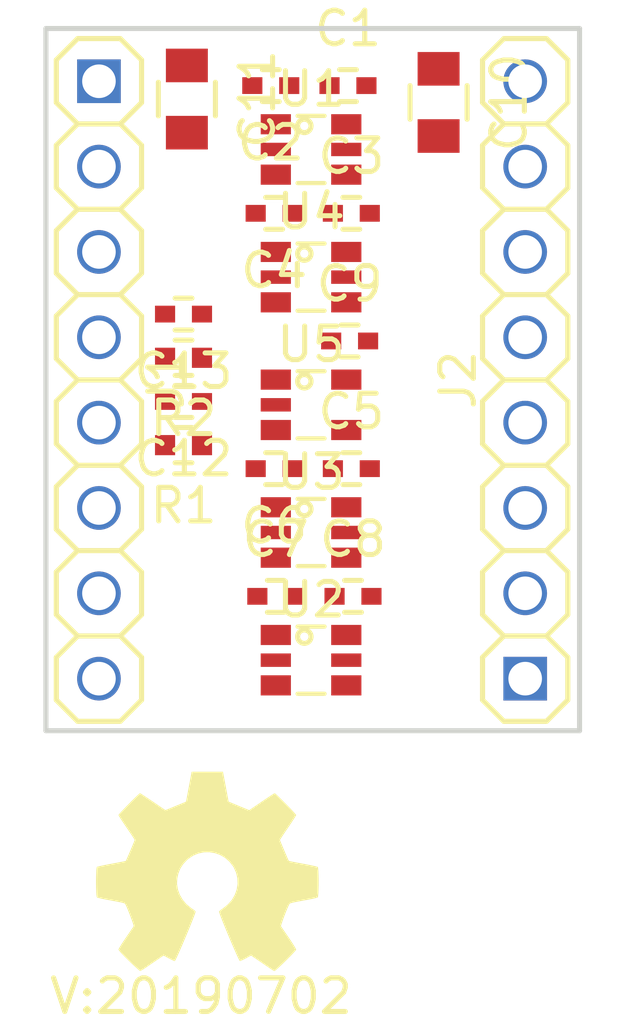
<source format=kicad_pcb>
(kicad_pcb (version 20171130) (host pcbnew 5.1.2-f72e74a~84~ubuntu18.04.1)

  (general
    (thickness 1.6)
    (drawings 4)
    (tracks 0)
    (zones 0)
    (modules 24)
    (nets 16)
  )

  (page A4)
  (layers
    (0 F.Cu signal)
    (31 B.Cu signal)
    (32 B.Adhes user)
    (33 F.Adhes user)
    (34 B.Paste user)
    (35 F.Paste user)
    (36 B.SilkS user)
    (37 F.SilkS user)
    (38 B.Mask user)
    (39 F.Mask user)
    (40 Dwgs.User user)
    (41 Cmts.User user)
    (42 Eco1.User user)
    (43 Eco2.User user)
    (44 Edge.Cuts user)
    (45 Margin user)
    (46 B.CrtYd user)
    (47 F.CrtYd user)
    (48 B.Fab user)
    (49 F.Fab user)
  )

  (setup
    (last_trace_width 0.1524)
    (user_trace_width 0.1524)
    (user_trace_width 0.2)
    (user_trace_width 0.3)
    (user_trace_width 0.4)
    (user_trace_width 0.6)
    (user_trace_width 1)
    (user_trace_width 1.5)
    (user_trace_width 2)
    (trace_clearance 0.1524)
    (zone_clearance 0.508)
    (zone_45_only no)
    (trace_min 0.1524)
    (via_size 0.381)
    (via_drill 0.254)
    (via_min_size 0.381)
    (via_min_drill 0.254)
    (user_via 0.4 0.254)
    (user_via 0.6 0.4)
    (user_via 0.8 0.6)
    (user_via 1 0.8)
    (user_via 1.3 1)
    (user_via 1.5 1.2)
    (user_via 1.7 1.4)
    (user_via 1.9 1.6)
    (uvia_size 0.381)
    (uvia_drill 0.254)
    (uvias_allowed no)
    (uvia_min_size 0.381)
    (uvia_min_drill 0.254)
    (edge_width 0.15)
    (segment_width 0.2)
    (pcb_text_width 0.3)
    (pcb_text_size 1.5 1.5)
    (mod_edge_width 0.15)
    (mod_text_size 1 1)
    (mod_text_width 0.15)
    (pad_size 1.524 1.524)
    (pad_drill 0.762)
    (pad_to_mask_clearance 0.1)
    (solder_mask_min_width 0.1)
    (pad_to_paste_clearance_ratio -0.15)
    (aux_axis_origin 0 0)
    (visible_elements FFFFFF7F)
    (pcbplotparams
      (layerselection 0x010fc_ffffffff)
      (usegerberextensions true)
      (usegerberattributes false)
      (usegerberadvancedattributes false)
      (creategerberjobfile false)
      (excludeedgelayer true)
      (linewidth 0.100000)
      (plotframeref false)
      (viasonmask false)
      (mode 1)
      (useauxorigin false)
      (hpglpennumber 1)
      (hpglpenspeed 20)
      (hpglpendiameter 15.000000)
      (psnegative false)
      (psa4output false)
      (plotreference true)
      (plotvalue true)
      (plotinvisibletext false)
      (padsonsilk false)
      (subtractmaskfromsilk false)
      (outputformat 1)
      (mirror false)
      (drillshape 0)
      (scaleselection 1)
      (outputdirectory "OSH_Park_2_layer_plots"))
  )

  (net 0 "")
  (net 1 /VDD_TARGET)
  (net 2 /VSS)
  (net 3 /VDD_PROG)
  (net 4 /TMSOE_PROG)
  (net 5 "Net-(C12-Pad1)")
  (net 6 /TMSO_PROG)
  (net 7 "Net-(C13-Pad1)")
  (net 8 /TDI_PROG)
  (net 9 /TDO_PROG)
  (net 10 /TMSI_PROG)
  (net 11 /TCK_PROG)
  (net 12 /TCK_TARGET)
  (net 13 /TMS_TARGET)
  (net 14 /TDO_TARGET)
  (net 15 /TDI_TARGET)

  (net_class Default "This is the default net class."
    (clearance 0.1524)
    (trace_width 0.1524)
    (via_dia 0.381)
    (via_drill 0.254)
    (uvia_dia 0.381)
    (uvia_drill 0.254)
    (add_net /TCK_PROG)
    (add_net /TCK_TARGET)
    (add_net /TDI_PROG)
    (add_net /TDI_TARGET)
    (add_net /TDO_PROG)
    (add_net /TDO_TARGET)
    (add_net /TMSI_PROG)
    (add_net /TMSOE_PROG)
    (add_net /TMSO_PROG)
    (add_net /TMS_TARGET)
    (add_net /VDD_PROG)
    (add_net /VDD_TARGET)
    (add_net /VSS)
    (add_net "Net-(C12-Pad1)")
    (add_net "Net-(C13-Pad1)")
    (add_net "Net-(J2-Pad4)")
    (add_net "Net-(J2-Pad5)")
  )

  (module SquantorIC:SOT353-hand (layer F.Cu) (tedit 5D1D0B93) (tstamp 5D1D6D09)
    (at 151.1 87.1 270)
    (descr "SOT353 Plastic surface-mounted package; 5 leads SC-88 NXP specification")
    (tags "SOT353-hand SC-88 NXP")
    (path /5D1E9D88)
    (fp_text reference U5 (at -1.8 0) (layer F.SilkS)
      (effects (font (size 1 1) (thickness 0.15)))
    )
    (fp_text value 74X1G125 (at 1.9 0) (layer F.Fab)
      (effects (font (size 1 1) (thickness 0.15)))
    )
    (fp_line (start 1.3 -1.8) (end -1.3 -1.8) (layer F.CrtYd) (width 0.05))
    (fp_line (start 1.3 1.8) (end 1.3 -1.8) (layer F.CrtYd) (width 0.05))
    (fp_line (start -1.3 1.8) (end 1.3 1.8) (layer F.CrtYd) (width 0.05))
    (fp_line (start -1.3 -1.8) (end -1.3 1.8) (layer F.CrtYd) (width 0.05))
    (fp_poly (pts (xy -0.775 -0.625) (xy -0.525 -0.625) (xy -0.525 -0.925) (xy -0.775 -0.925)) (layer Dwgs.User) (width 0))
    (fp_poly (pts (xy -0.775 0.925) (xy -0.525 0.925) (xy -0.525 0.625) (xy -0.775 0.625)) (layer Dwgs.User) (width 0))
    (fp_poly (pts (xy 0.525 0.925) (xy 0.775 0.925) (xy 0.775 0.625) (xy 0.525 0.625)) (layer Dwgs.User) (width 0))
    (fp_poly (pts (xy -0.125 0.925) (xy 0.125 0.925) (xy 0.125 0.625) (xy -0.125 0.625)) (layer Dwgs.User) (width 0))
    (fp_poly (pts (xy 0.525 -0.625) (xy 0.775 -0.625) (xy 0.775 -0.925) (xy 0.525 -0.925)) (layer Dwgs.User) (width 0))
    (fp_circle (center -0.7 0.2) (end -0.5 0.2) (layer F.SilkS) (width 0.15))
    (fp_line (start -1 0.4) (end -1 -0.4) (layer F.SilkS) (width 0.127))
    (fp_line (start 1 0.4) (end 1 -0.4) (layer F.SilkS) (width 0.127))
    (fp_line (start 1 0.625) (end -1 0.625) (layer Dwgs.User) (width 0.127))
    (fp_line (start -1 -0.625) (end 1 -0.625) (layer Dwgs.User) (width 0.127))
    (fp_line (start 1 0.625) (end 1 -0.625) (layer Dwgs.User) (width 0.127))
    (fp_line (start -1 -0.625) (end -1 0.625) (layer Dwgs.User) (width 0.127))
    (pad 3 smd rect (at 0.75 1.05 270) (size 0.6 0.9) (layers F.Cu F.Paste F.Mask)
      (net 2 /VSS))
    (pad 2 smd rect (at 0 1.05 270) (size 0.4 0.9) (layers F.Cu F.Paste F.Mask)
      (net 7 "Net-(C13-Pad1)"))
    (pad 1 smd rect (at -0.75 1.05 270) (size 0.6 0.9) (layers F.Cu F.Paste F.Mask)
      (net 5 "Net-(C12-Pad1)"))
    (pad 4 smd rect (at 0.75 -1.05 270) (size 0.6 0.9) (layers F.Cu F.Paste F.Mask)
      (net 13 /TMS_TARGET))
    (pad 5 smd rect (at -0.75 -1.05 270) (size 0.6 0.9) (layers F.Cu F.Paste F.Mask)
      (net 1 /VDD_TARGET))
  )

  (module SquantorIC:SOT363-hand (layer F.Cu) (tedit 5D1D0AC4) (tstamp 5D1D6CF0)
    (at 151.1 83.3 270)
    (descr "SOT363 Plastic surface-mounted package; 6 leads SC-88 NXP specification")
    (tags "SOT363-hand SC-88 NXP")
    (path /5D1E1C72)
    (fp_text reference U4 (at -1.95 0) (layer F.SilkS)
      (effects (font (size 1 1) (thickness 0.15)))
    )
    (fp_text value 74X1T45 (at 1.9 0) (layer F.Fab)
      (effects (font (size 1 1) (thickness 0.15)))
    )
    (fp_line (start 1.3 -1.8) (end -1.3 -1.8) (layer F.CrtYd) (width 0.05))
    (fp_line (start 1.3 1.8) (end 1.3 -1.8) (layer F.CrtYd) (width 0.05))
    (fp_line (start -1.3 1.8) (end 1.3 1.8) (layer F.CrtYd) (width 0.05))
    (fp_line (start -1.3 -1.8) (end -1.3 1.8) (layer F.CrtYd) (width 0.05))
    (fp_poly (pts (xy -0.775 -0.625) (xy -0.525 -0.625) (xy -0.525 -0.925) (xy -0.775 -0.925)) (layer Dwgs.User) (width 0))
    (fp_poly (pts (xy -0.775 0.925) (xy -0.525 0.925) (xy -0.525 0.625) (xy -0.775 0.625)) (layer Dwgs.User) (width 0))
    (fp_poly (pts (xy 0.525 0.925) (xy 0.775 0.925) (xy 0.775 0.625) (xy 0.525 0.625)) (layer Dwgs.User) (width 0))
    (fp_poly (pts (xy -0.125 0.925) (xy 0.125 0.925) (xy 0.125 0.625) (xy -0.125 0.625)) (layer Dwgs.User) (width 0))
    (fp_poly (pts (xy 0.525 -0.625) (xy 0.775 -0.625) (xy 0.775 -0.925) (xy 0.525 -0.925)) (layer Dwgs.User) (width 0))
    (fp_poly (pts (xy -0.125 -0.625) (xy 0.125 -0.625) (xy 0.125 -0.925) (xy -0.125 -0.925)) (layer Dwgs.User) (width 0))
    (fp_circle (center -0.7 0.2) (end -0.5 0.2) (layer F.SilkS) (width 0.15))
    (fp_line (start -1 0.4) (end -1 -0.4) (layer F.SilkS) (width 0.127))
    (fp_line (start 1 0.4) (end 1 -0.4) (layer F.SilkS) (width 0.127))
    (fp_line (start 1 0.625) (end -1 0.625) (layer Dwgs.User) (width 0.127))
    (fp_line (start -1 -0.625) (end 1 -0.625) (layer Dwgs.User) (width 0.127))
    (fp_line (start 1 0.625) (end 1 -0.625) (layer Dwgs.User) (width 0.127))
    (fp_line (start -1 -0.625) (end -1 0.625) (layer Dwgs.User) (width 0.127))
    (pad 3 smd rect (at 0.75 1.05 270) (size 0.6 0.9) (layers F.Cu F.Paste F.Mask)
      (net 10 /TMSI_PROG))
    (pad 2 smd rect (at 0 1.05 270) (size 0.4 0.9) (layers F.Cu F.Paste F.Mask)
      (net 2 /VSS))
    (pad 1 smd rect (at -0.75 1.05 270) (size 0.6 0.9) (layers F.Cu F.Paste F.Mask)
      (net 3 /VDD_PROG))
    (pad 4 smd rect (at 0.75 -1.05 270) (size 0.6 0.9) (layers F.Cu F.Paste F.Mask)
      (net 13 /TMS_TARGET))
    (pad 5 smd rect (at 0 -1.05 270) (size 0.4 0.9) (layers F.Cu F.Paste F.Mask)
      (net 2 /VSS))
    (pad 6 smd rect (at -0.75 -1.05 270) (size 0.6 0.9) (layers F.Cu F.Paste F.Mask)
      (net 1 /VDD_TARGET))
  )

  (module SquantorIC:SOT363-hand (layer F.Cu) (tedit 5D1D0AC4) (tstamp 5D1D6CD5)
    (at 151.1 90.9 270)
    (descr "SOT363 Plastic surface-mounted package; 6 leads SC-88 NXP specification")
    (tags "SOT363-hand SC-88 NXP")
    (path /5D1D1CF9)
    (fp_text reference U3 (at -1.8 0) (layer F.SilkS)
      (effects (font (size 1 1) (thickness 0.15)))
    )
    (fp_text value 74X1T45 (at 1.9 0) (layer F.Fab)
      (effects (font (size 1 1) (thickness 0.15)))
    )
    (fp_line (start 1.3 -1.8) (end -1.3 -1.8) (layer F.CrtYd) (width 0.05))
    (fp_line (start 1.3 1.8) (end 1.3 -1.8) (layer F.CrtYd) (width 0.05))
    (fp_line (start -1.3 1.8) (end 1.3 1.8) (layer F.CrtYd) (width 0.05))
    (fp_line (start -1.3 -1.8) (end -1.3 1.8) (layer F.CrtYd) (width 0.05))
    (fp_poly (pts (xy -0.775 -0.625) (xy -0.525 -0.625) (xy -0.525 -0.925) (xy -0.775 -0.925)) (layer Dwgs.User) (width 0))
    (fp_poly (pts (xy -0.775 0.925) (xy -0.525 0.925) (xy -0.525 0.625) (xy -0.775 0.625)) (layer Dwgs.User) (width 0))
    (fp_poly (pts (xy 0.525 0.925) (xy 0.775 0.925) (xy 0.775 0.625) (xy 0.525 0.625)) (layer Dwgs.User) (width 0))
    (fp_poly (pts (xy -0.125 0.925) (xy 0.125 0.925) (xy 0.125 0.625) (xy -0.125 0.625)) (layer Dwgs.User) (width 0))
    (fp_poly (pts (xy 0.525 -0.625) (xy 0.775 -0.625) (xy 0.775 -0.925) (xy 0.525 -0.925)) (layer Dwgs.User) (width 0))
    (fp_poly (pts (xy -0.125 -0.625) (xy 0.125 -0.625) (xy 0.125 -0.925) (xy -0.125 -0.925)) (layer Dwgs.User) (width 0))
    (fp_circle (center -0.7 0.2) (end -0.5 0.2) (layer F.SilkS) (width 0.15))
    (fp_line (start -1 0.4) (end -1 -0.4) (layer F.SilkS) (width 0.127))
    (fp_line (start 1 0.4) (end 1 -0.4) (layer F.SilkS) (width 0.127))
    (fp_line (start 1 0.625) (end -1 0.625) (layer Dwgs.User) (width 0.127))
    (fp_line (start -1 -0.625) (end 1 -0.625) (layer Dwgs.User) (width 0.127))
    (fp_line (start 1 0.625) (end 1 -0.625) (layer Dwgs.User) (width 0.127))
    (fp_line (start -1 -0.625) (end -1 0.625) (layer Dwgs.User) (width 0.127))
    (pad 3 smd rect (at 0.75 1.05 270) (size 0.6 0.9) (layers F.Cu F.Paste F.Mask)
      (net 9 /TDO_PROG))
    (pad 2 smd rect (at 0 1.05 270) (size 0.4 0.9) (layers F.Cu F.Paste F.Mask)
      (net 2 /VSS))
    (pad 1 smd rect (at -0.75 1.05 270) (size 0.6 0.9) (layers F.Cu F.Paste F.Mask)
      (net 3 /VDD_PROG))
    (pad 4 smd rect (at 0.75 -1.05 270) (size 0.6 0.9) (layers F.Cu F.Paste F.Mask)
      (net 14 /TDO_TARGET))
    (pad 5 smd rect (at 0 -1.05 270) (size 0.4 0.9) (layers F.Cu F.Paste F.Mask)
      (net 2 /VSS))
    (pad 6 smd rect (at -0.75 -1.05 270) (size 0.6 0.9) (layers F.Cu F.Paste F.Mask)
      (net 1 /VDD_TARGET))
  )

  (module SquantorIC:SOT363-hand (layer F.Cu) (tedit 5D1D0AC4) (tstamp 5D1D6CBA)
    (at 151.1 94.7 270)
    (descr "SOT363 Plastic surface-mounted package; 6 leads SC-88 NXP specification")
    (tags "SOT363-hand SC-88 NXP")
    (path /5D1CE248)
    (fp_text reference U2 (at -1.8 0) (layer F.SilkS)
      (effects (font (size 1 1) (thickness 0.15)))
    )
    (fp_text value 74X1T45 (at 1.9 0) (layer F.Fab)
      (effects (font (size 1 1) (thickness 0.15)))
    )
    (fp_line (start 1.3 -1.8) (end -1.3 -1.8) (layer F.CrtYd) (width 0.05))
    (fp_line (start 1.3 1.8) (end 1.3 -1.8) (layer F.CrtYd) (width 0.05))
    (fp_line (start -1.3 1.8) (end 1.3 1.8) (layer F.CrtYd) (width 0.05))
    (fp_line (start -1.3 -1.8) (end -1.3 1.8) (layer F.CrtYd) (width 0.05))
    (fp_poly (pts (xy -0.775 -0.625) (xy -0.525 -0.625) (xy -0.525 -0.925) (xy -0.775 -0.925)) (layer Dwgs.User) (width 0))
    (fp_poly (pts (xy -0.775 0.925) (xy -0.525 0.925) (xy -0.525 0.625) (xy -0.775 0.625)) (layer Dwgs.User) (width 0))
    (fp_poly (pts (xy 0.525 0.925) (xy 0.775 0.925) (xy 0.775 0.625) (xy 0.525 0.625)) (layer Dwgs.User) (width 0))
    (fp_poly (pts (xy -0.125 0.925) (xy 0.125 0.925) (xy 0.125 0.625) (xy -0.125 0.625)) (layer Dwgs.User) (width 0))
    (fp_poly (pts (xy 0.525 -0.625) (xy 0.775 -0.625) (xy 0.775 -0.925) (xy 0.525 -0.925)) (layer Dwgs.User) (width 0))
    (fp_poly (pts (xy -0.125 -0.625) (xy 0.125 -0.625) (xy 0.125 -0.925) (xy -0.125 -0.925)) (layer Dwgs.User) (width 0))
    (fp_circle (center -0.7 0.2) (end -0.5 0.2) (layer F.SilkS) (width 0.15))
    (fp_line (start -1 0.4) (end -1 -0.4) (layer F.SilkS) (width 0.127))
    (fp_line (start 1 0.4) (end 1 -0.4) (layer F.SilkS) (width 0.127))
    (fp_line (start 1 0.625) (end -1 0.625) (layer Dwgs.User) (width 0.127))
    (fp_line (start -1 -0.625) (end 1 -0.625) (layer Dwgs.User) (width 0.127))
    (fp_line (start 1 0.625) (end 1 -0.625) (layer Dwgs.User) (width 0.127))
    (fp_line (start -1 -0.625) (end -1 0.625) (layer Dwgs.User) (width 0.127))
    (pad 3 smd rect (at 0.75 1.05 270) (size 0.6 0.9) (layers F.Cu F.Paste F.Mask)
      (net 8 /TDI_PROG))
    (pad 2 smd rect (at 0 1.05 270) (size 0.4 0.9) (layers F.Cu F.Paste F.Mask)
      (net 2 /VSS))
    (pad 1 smd rect (at -0.75 1.05 270) (size 0.6 0.9) (layers F.Cu F.Paste F.Mask)
      (net 3 /VDD_PROG))
    (pad 4 smd rect (at 0.75 -1.05 270) (size 0.6 0.9) (layers F.Cu F.Paste F.Mask)
      (net 15 /TDI_TARGET))
    (pad 5 smd rect (at 0 -1.05 270) (size 0.4 0.9) (layers F.Cu F.Paste F.Mask)
      (net 3 /VDD_PROG))
    (pad 6 smd rect (at -0.75 -1.05 270) (size 0.6 0.9) (layers F.Cu F.Paste F.Mask)
      (net 1 /VDD_TARGET))
  )

  (module SquantorIC:SOT363-hand (layer F.Cu) (tedit 5D1D0AC4) (tstamp 5D1D7819)
    (at 151.1 79.5 270)
    (descr "SOT363 Plastic surface-mounted package; 6 leads SC-88 NXP specification")
    (tags "SOT363-hand SC-88 NXP")
    (path /5D1C3766)
    (fp_text reference U1 (at -1.8 0) (layer F.SilkS)
      (effects (font (size 1 1) (thickness 0.15)))
    )
    (fp_text value 74X1T45 (at 1.9 0) (layer F.Fab)
      (effects (font (size 1 1) (thickness 0.15)))
    )
    (fp_line (start 1.3 -1.8) (end -1.3 -1.8) (layer F.CrtYd) (width 0.05))
    (fp_line (start 1.3 1.8) (end 1.3 -1.8) (layer F.CrtYd) (width 0.05))
    (fp_line (start -1.3 1.8) (end 1.3 1.8) (layer F.CrtYd) (width 0.05))
    (fp_line (start -1.3 -1.8) (end -1.3 1.8) (layer F.CrtYd) (width 0.05))
    (fp_poly (pts (xy -0.775 -0.625) (xy -0.525 -0.625) (xy -0.525 -0.925) (xy -0.775 -0.925)) (layer Dwgs.User) (width 0))
    (fp_poly (pts (xy -0.775 0.925) (xy -0.525 0.925) (xy -0.525 0.625) (xy -0.775 0.625)) (layer Dwgs.User) (width 0))
    (fp_poly (pts (xy 0.525 0.925) (xy 0.775 0.925) (xy 0.775 0.625) (xy 0.525 0.625)) (layer Dwgs.User) (width 0))
    (fp_poly (pts (xy -0.125 0.925) (xy 0.125 0.925) (xy 0.125 0.625) (xy -0.125 0.625)) (layer Dwgs.User) (width 0))
    (fp_poly (pts (xy 0.525 -0.625) (xy 0.775 -0.625) (xy 0.775 -0.925) (xy 0.525 -0.925)) (layer Dwgs.User) (width 0))
    (fp_poly (pts (xy -0.125 -0.625) (xy 0.125 -0.625) (xy 0.125 -0.925) (xy -0.125 -0.925)) (layer Dwgs.User) (width 0))
    (fp_circle (center -0.7 0.2) (end -0.5 0.2) (layer F.SilkS) (width 0.15))
    (fp_line (start -1 0.4) (end -1 -0.4) (layer F.SilkS) (width 0.127))
    (fp_line (start 1 0.4) (end 1 -0.4) (layer F.SilkS) (width 0.127))
    (fp_line (start 1 0.625) (end -1 0.625) (layer Dwgs.User) (width 0.127))
    (fp_line (start -1 -0.625) (end 1 -0.625) (layer Dwgs.User) (width 0.127))
    (fp_line (start 1 0.625) (end 1 -0.625) (layer Dwgs.User) (width 0.127))
    (fp_line (start -1 -0.625) (end -1 0.625) (layer Dwgs.User) (width 0.127))
    (pad 3 smd rect (at 0.75 1.05 270) (size 0.6 0.9) (layers F.Cu F.Paste F.Mask)
      (net 11 /TCK_PROG))
    (pad 2 smd rect (at 0 1.05 270) (size 0.4 0.9) (layers F.Cu F.Paste F.Mask)
      (net 2 /VSS))
    (pad 1 smd rect (at -0.75 1.05 270) (size 0.6 0.9) (layers F.Cu F.Paste F.Mask)
      (net 3 /VDD_PROG))
    (pad 4 smd rect (at 0.75 -1.05 270) (size 0.6 0.9) (layers F.Cu F.Paste F.Mask)
      (net 12 /TCK_TARGET))
    (pad 5 smd rect (at 0 -1.05 270) (size 0.4 0.9) (layers F.Cu F.Paste F.Mask)
      (net 3 /VDD_PROG))
    (pad 6 smd rect (at -0.75 -1.05 270) (size 0.6 0.9) (layers F.Cu F.Paste F.Mask)
      (net 1 /VDD_TARGET))
  )

  (module SquantorRcl:R_0402_hand (layer F.Cu) (tedit 5921FEA0) (tstamp 5D1D6C84)
    (at 147.3 85.7 180)
    (descr "Resistor SMD 0402, reflow soldering, Vishay (see dcrcw.pdf)")
    (tags "resistor 0402")
    (path /5D1E7071)
    (attr smd)
    (fp_text reference R2 (at 0 -1.8) (layer F.SilkS)
      (effects (font (size 1 1) (thickness 0.15)))
    )
    (fp_text value TBD (at 0 1.8) (layer F.Fab)
      (effects (font (size 1 1) (thickness 0.15)))
    )
    (fp_line (start -0.25 0.525) (end 0.25 0.525) (layer F.SilkS) (width 0.15))
    (fp_line (start 0.25 -0.525) (end -0.25 -0.525) (layer F.SilkS) (width 0.15))
    (fp_line (start 1.15 -0.65) (end 1.15 0.65) (layer F.CrtYd) (width 0.05))
    (fp_line (start -1.15 -0.65) (end -1.15 0.65) (layer F.CrtYd) (width 0.05))
    (fp_line (start -1.15 0.65) (end 1.15 0.65) (layer F.CrtYd) (width 0.05))
    (fp_line (start -1.15 -0.65) (end 1.15 -0.65) (layer F.CrtYd) (width 0.05))
    (fp_line (start -0.5 -0.25) (end 0.5 -0.25) (layer F.Fab) (width 0.1))
    (fp_line (start 0.5 -0.25) (end 0.5 0.25) (layer F.Fab) (width 0.1))
    (fp_line (start 0.5 0.25) (end -0.5 0.25) (layer F.Fab) (width 0.1))
    (fp_line (start -0.5 0.25) (end -0.5 -0.25) (layer F.Fab) (width 0.1))
    (pad 2 smd rect (at 0.55 0 180) (size 0.6 0.6) (layers F.Cu F.Paste F.Mask)
      (net 6 /TMSO_PROG))
    (pad 1 smd rect (at -0.55 0 180) (size 0.6 0.6) (layers F.Cu F.Paste F.Mask)
      (net 7 "Net-(C13-Pad1)"))
    (model Resistors_SMD.3dshapes/R_0402.wrl
      (at (xyz 0 0 0))
      (scale (xyz 1 1 1))
      (rotate (xyz 0 0 0))
    )
  )

  (module SquantorRcl:R_0402_hand (layer F.Cu) (tedit 5921FEA0) (tstamp 5D1D6C74)
    (at 147.3 88.3 180)
    (descr "Resistor SMD 0402, reflow soldering, Vishay (see dcrcw.pdf)")
    (tags "resistor 0402")
    (path /5D1E6AFD)
    (attr smd)
    (fp_text reference R1 (at 0 -1.8) (layer F.SilkS)
      (effects (font (size 1 1) (thickness 0.15)))
    )
    (fp_text value TBD (at 0 1.8) (layer F.Fab)
      (effects (font (size 1 1) (thickness 0.15)))
    )
    (fp_line (start -0.25 0.525) (end 0.25 0.525) (layer F.SilkS) (width 0.15))
    (fp_line (start 0.25 -0.525) (end -0.25 -0.525) (layer F.SilkS) (width 0.15))
    (fp_line (start 1.15 -0.65) (end 1.15 0.65) (layer F.CrtYd) (width 0.05))
    (fp_line (start -1.15 -0.65) (end -1.15 0.65) (layer F.CrtYd) (width 0.05))
    (fp_line (start -1.15 0.65) (end 1.15 0.65) (layer F.CrtYd) (width 0.05))
    (fp_line (start -1.15 -0.65) (end 1.15 -0.65) (layer F.CrtYd) (width 0.05))
    (fp_line (start -0.5 -0.25) (end 0.5 -0.25) (layer F.Fab) (width 0.1))
    (fp_line (start 0.5 -0.25) (end 0.5 0.25) (layer F.Fab) (width 0.1))
    (fp_line (start 0.5 0.25) (end -0.5 0.25) (layer F.Fab) (width 0.1))
    (fp_line (start -0.5 0.25) (end -0.5 -0.25) (layer F.Fab) (width 0.1))
    (pad 2 smd rect (at 0.55 0 180) (size 0.6 0.6) (layers F.Cu F.Paste F.Mask)
      (net 4 /TMSOE_PROG))
    (pad 1 smd rect (at -0.55 0 180) (size 0.6 0.6) (layers F.Cu F.Paste F.Mask)
      (net 5 "Net-(C12-Pad1)"))
    (model Resistors_SMD.3dshapes/R_0402.wrl
      (at (xyz 0 0 0))
      (scale (xyz 1 1 1))
      (rotate (xyz 0 0 0))
    )
  )

  (module SquantorConnectors:Header-0254-1X08-H010 (layer F.Cu) (tedit 5BE200AE) (tstamp 5D1D6C58)
    (at 157.48 86.36 90)
    (descr "PIN HEADER")
    (tags "PIN HEADER")
    (path /5D1FD748)
    (attr virtual)
    (fp_text reference J2 (at 0 -2 90) (layer F.SilkS)
      (effects (font (size 1 1) (thickness 0.15)))
    )
    (fp_text value JTAG_interface_proto_output (at 0 2.1 90) (layer F.Fab)
      (effects (font (size 1 1) (thickness 0.15)))
    )
    (fp_line (start 9.525 1.27) (end 8.255 1.27) (layer F.SilkS) (width 0.1524))
    (fp_line (start 7.62 0.635) (end 8.255 1.27) (layer F.SilkS) (width 0.1524))
    (fp_line (start 8.255 -1.27) (end 7.62 -0.635) (layer F.SilkS) (width 0.1524))
    (fp_line (start 10.16 0.635) (end 9.525 1.27) (layer F.SilkS) (width 0.1524))
    (fp_line (start 10.16 -0.635) (end 10.16 0.635) (layer F.SilkS) (width 0.1524))
    (fp_line (start 9.525 -1.27) (end 10.16 -0.635) (layer F.SilkS) (width 0.1524))
    (fp_line (start 8.255 -1.27) (end 9.525 -1.27) (layer F.SilkS) (width 0.1524))
    (fp_line (start -8.255 1.27) (end -9.525 1.27) (layer F.SilkS) (width 0.1524))
    (fp_line (start -10.16 0.635) (end -9.525 1.27) (layer F.SilkS) (width 0.1524))
    (fp_line (start -9.525 -1.27) (end -10.16 -0.635) (layer F.SilkS) (width 0.1524))
    (fp_line (start -10.16 -0.635) (end -10.16 0.635) (layer F.SilkS) (width 0.1524))
    (fp_line (start -6.985 1.27) (end -7.62 0.635) (layer F.SilkS) (width 0.1524))
    (fp_line (start -5.715 1.27) (end -6.985 1.27) (layer F.SilkS) (width 0.1524))
    (fp_line (start -5.08 0.635) (end -5.715 1.27) (layer F.SilkS) (width 0.1524))
    (fp_line (start -5.08 -0.635) (end -5.08 0.635) (layer F.SilkS) (width 0.1524))
    (fp_line (start -5.715 -1.27) (end -5.08 -0.635) (layer F.SilkS) (width 0.1524))
    (fp_line (start -6.985 -1.27) (end -5.715 -1.27) (layer F.SilkS) (width 0.1524))
    (fp_line (start -7.62 -0.635) (end -6.985 -1.27) (layer F.SilkS) (width 0.1524))
    (fp_line (start -7.62 0.635) (end -8.255 1.27) (layer F.SilkS) (width 0.1524))
    (fp_line (start -7.62 -0.635) (end -7.62 0.635) (layer F.SilkS) (width 0.1524))
    (fp_line (start -8.255 -1.27) (end -7.62 -0.635) (layer F.SilkS) (width 0.1524))
    (fp_line (start -9.525 -1.27) (end -8.255 -1.27) (layer F.SilkS) (width 0.1524))
    (fp_line (start -0.635 1.27) (end -1.905 1.27) (layer F.SilkS) (width 0.1524))
    (fp_line (start -2.54 0.635) (end -1.905 1.27) (layer F.SilkS) (width 0.1524))
    (fp_line (start -1.905 -1.27) (end -2.54 -0.635) (layer F.SilkS) (width 0.1524))
    (fp_line (start -4.445 1.27) (end -5.08 0.635) (layer F.SilkS) (width 0.1524))
    (fp_line (start -3.175 1.27) (end -4.445 1.27) (layer F.SilkS) (width 0.1524))
    (fp_line (start -2.54 0.635) (end -3.175 1.27) (layer F.SilkS) (width 0.1524))
    (fp_line (start -2.54 -0.635) (end -2.54 0.635) (layer F.SilkS) (width 0.1524))
    (fp_line (start -3.175 -1.27) (end -2.54 -0.635) (layer F.SilkS) (width 0.1524))
    (fp_line (start -4.445 -1.27) (end -3.175 -1.27) (layer F.SilkS) (width 0.1524))
    (fp_line (start -5.08 -0.635) (end -4.445 -1.27) (layer F.SilkS) (width 0.1524))
    (fp_line (start 0.635 1.27) (end 0 0.635) (layer F.SilkS) (width 0.1524))
    (fp_line (start 1.905 1.27) (end 0.635 1.27) (layer F.SilkS) (width 0.1524))
    (fp_line (start 2.54 0.635) (end 1.905 1.27) (layer F.SilkS) (width 0.1524))
    (fp_line (start 2.54 -0.635) (end 2.54 0.635) (layer F.SilkS) (width 0.1524))
    (fp_line (start 1.905 -1.27) (end 2.54 -0.635) (layer F.SilkS) (width 0.1524))
    (fp_line (start 0.635 -1.27) (end 1.905 -1.27) (layer F.SilkS) (width 0.1524))
    (fp_line (start 0 -0.635) (end 0.635 -1.27) (layer F.SilkS) (width 0.1524))
    (fp_line (start 0 0.635) (end -0.635 1.27) (layer F.SilkS) (width 0.1524))
    (fp_line (start 0 -0.635) (end 0 0.635) (layer F.SilkS) (width 0.1524))
    (fp_line (start -0.635 -1.27) (end 0 -0.635) (layer F.SilkS) (width 0.1524))
    (fp_line (start -1.905 -1.27) (end -0.635 -1.27) (layer F.SilkS) (width 0.1524))
    (fp_line (start 6.985 1.27) (end 5.715 1.27) (layer F.SilkS) (width 0.1524))
    (fp_line (start 5.08 0.635) (end 5.715 1.27) (layer F.SilkS) (width 0.1524))
    (fp_line (start 5.715 -1.27) (end 5.08 -0.635) (layer F.SilkS) (width 0.1524))
    (fp_line (start 3.175 1.27) (end 2.54 0.635) (layer F.SilkS) (width 0.1524))
    (fp_line (start 4.445 1.27) (end 3.175 1.27) (layer F.SilkS) (width 0.1524))
    (fp_line (start 5.08 0.635) (end 4.445 1.27) (layer F.SilkS) (width 0.1524))
    (fp_line (start 5.08 -0.635) (end 5.08 0.635) (layer F.SilkS) (width 0.1524))
    (fp_line (start 4.445 -1.27) (end 5.08 -0.635) (layer F.SilkS) (width 0.1524))
    (fp_line (start 3.175 -1.27) (end 4.445 -1.27) (layer F.SilkS) (width 0.1524))
    (fp_line (start 2.54 -0.635) (end 3.175 -1.27) (layer F.SilkS) (width 0.1524))
    (fp_line (start 7.62 0.635) (end 6.985 1.27) (layer F.SilkS) (width 0.1524))
    (fp_line (start 7.62 -0.635) (end 7.62 0.635) (layer F.SilkS) (width 0.1524))
    (fp_line (start 6.985 -1.27) (end 7.62 -0.635) (layer F.SilkS) (width 0.1524))
    (fp_line (start 5.715 -1.27) (end 6.985 -1.27) (layer F.SilkS) (width 0.1524))
    (pad 8 thru_hole circle (at 8.89 0 270) (size 1.3 1.3) (drill 1) (layers *.Cu *.Mask)
      (net 1 /VDD_TARGET))
    (pad 7 thru_hole circle (at 6.35 0 270) (size 1.3 1.3) (drill 1) (layers *.Cu *.Mask)
      (net 12 /TCK_TARGET))
    (pad 6 thru_hole circle (at 3.81 0 270) (size 1.3 1.3) (drill 1) (layers *.Cu *.Mask)
      (net 13 /TMS_TARGET))
    (pad 5 thru_hole circle (at 1.27 0 270) (size 1.3 1.3) (drill 1) (layers *.Cu *.Mask))
    (pad 4 thru_hole circle (at -1.27 0 270) (size 1.3 1.3) (drill 1) (layers *.Cu *.Mask))
    (pad 3 thru_hole circle (at -3.81 0 270) (size 1.3 1.3) (drill 1) (layers *.Cu *.Mask)
      (net 14 /TDO_TARGET))
    (pad 2 thru_hole circle (at -6.35 0 270) (size 1.3 1.3) (drill 1) (layers *.Cu *.Mask)
      (net 15 /TDI_TARGET))
    (pad 1 thru_hole rect (at -8.89 0 270) (size 1.3 1.3) (drill 1) (layers *.Cu *.Mask)
      (net 2 /VSS))
  )

  (module SquantorConnectors:Header-0254-1X08-H010 (layer F.Cu) (tedit 5BE200AE) (tstamp 5D1D6C13)
    (at 144.78 86.36 270)
    (descr "PIN HEADER")
    (tags "PIN HEADER")
    (path /5D1FB563)
    (attr virtual)
    (fp_text reference J1 (at 0 -2 90) (layer F.SilkS)
      (effects (font (size 1 1) (thickness 0.15)))
    )
    (fp_text value JTAG_interface_proto_input (at 0 2.1 90) (layer F.Fab)
      (effects (font (size 1 1) (thickness 0.15)))
    )
    (fp_line (start 9.525 1.27) (end 8.255 1.27) (layer F.SilkS) (width 0.1524))
    (fp_line (start 7.62 0.635) (end 8.255 1.27) (layer F.SilkS) (width 0.1524))
    (fp_line (start 8.255 -1.27) (end 7.62 -0.635) (layer F.SilkS) (width 0.1524))
    (fp_line (start 10.16 0.635) (end 9.525 1.27) (layer F.SilkS) (width 0.1524))
    (fp_line (start 10.16 -0.635) (end 10.16 0.635) (layer F.SilkS) (width 0.1524))
    (fp_line (start 9.525 -1.27) (end 10.16 -0.635) (layer F.SilkS) (width 0.1524))
    (fp_line (start 8.255 -1.27) (end 9.525 -1.27) (layer F.SilkS) (width 0.1524))
    (fp_line (start -8.255 1.27) (end -9.525 1.27) (layer F.SilkS) (width 0.1524))
    (fp_line (start -10.16 0.635) (end -9.525 1.27) (layer F.SilkS) (width 0.1524))
    (fp_line (start -9.525 -1.27) (end -10.16 -0.635) (layer F.SilkS) (width 0.1524))
    (fp_line (start -10.16 -0.635) (end -10.16 0.635) (layer F.SilkS) (width 0.1524))
    (fp_line (start -6.985 1.27) (end -7.62 0.635) (layer F.SilkS) (width 0.1524))
    (fp_line (start -5.715 1.27) (end -6.985 1.27) (layer F.SilkS) (width 0.1524))
    (fp_line (start -5.08 0.635) (end -5.715 1.27) (layer F.SilkS) (width 0.1524))
    (fp_line (start -5.08 -0.635) (end -5.08 0.635) (layer F.SilkS) (width 0.1524))
    (fp_line (start -5.715 -1.27) (end -5.08 -0.635) (layer F.SilkS) (width 0.1524))
    (fp_line (start -6.985 -1.27) (end -5.715 -1.27) (layer F.SilkS) (width 0.1524))
    (fp_line (start -7.62 -0.635) (end -6.985 -1.27) (layer F.SilkS) (width 0.1524))
    (fp_line (start -7.62 0.635) (end -8.255 1.27) (layer F.SilkS) (width 0.1524))
    (fp_line (start -7.62 -0.635) (end -7.62 0.635) (layer F.SilkS) (width 0.1524))
    (fp_line (start -8.255 -1.27) (end -7.62 -0.635) (layer F.SilkS) (width 0.1524))
    (fp_line (start -9.525 -1.27) (end -8.255 -1.27) (layer F.SilkS) (width 0.1524))
    (fp_line (start -0.635 1.27) (end -1.905 1.27) (layer F.SilkS) (width 0.1524))
    (fp_line (start -2.54 0.635) (end -1.905 1.27) (layer F.SilkS) (width 0.1524))
    (fp_line (start -1.905 -1.27) (end -2.54 -0.635) (layer F.SilkS) (width 0.1524))
    (fp_line (start -4.445 1.27) (end -5.08 0.635) (layer F.SilkS) (width 0.1524))
    (fp_line (start -3.175 1.27) (end -4.445 1.27) (layer F.SilkS) (width 0.1524))
    (fp_line (start -2.54 0.635) (end -3.175 1.27) (layer F.SilkS) (width 0.1524))
    (fp_line (start -2.54 -0.635) (end -2.54 0.635) (layer F.SilkS) (width 0.1524))
    (fp_line (start -3.175 -1.27) (end -2.54 -0.635) (layer F.SilkS) (width 0.1524))
    (fp_line (start -4.445 -1.27) (end -3.175 -1.27) (layer F.SilkS) (width 0.1524))
    (fp_line (start -5.08 -0.635) (end -4.445 -1.27) (layer F.SilkS) (width 0.1524))
    (fp_line (start 0.635 1.27) (end 0 0.635) (layer F.SilkS) (width 0.1524))
    (fp_line (start 1.905 1.27) (end 0.635 1.27) (layer F.SilkS) (width 0.1524))
    (fp_line (start 2.54 0.635) (end 1.905 1.27) (layer F.SilkS) (width 0.1524))
    (fp_line (start 2.54 -0.635) (end 2.54 0.635) (layer F.SilkS) (width 0.1524))
    (fp_line (start 1.905 -1.27) (end 2.54 -0.635) (layer F.SilkS) (width 0.1524))
    (fp_line (start 0.635 -1.27) (end 1.905 -1.27) (layer F.SilkS) (width 0.1524))
    (fp_line (start 0 -0.635) (end 0.635 -1.27) (layer F.SilkS) (width 0.1524))
    (fp_line (start 0 0.635) (end -0.635 1.27) (layer F.SilkS) (width 0.1524))
    (fp_line (start 0 -0.635) (end 0 0.635) (layer F.SilkS) (width 0.1524))
    (fp_line (start -0.635 -1.27) (end 0 -0.635) (layer F.SilkS) (width 0.1524))
    (fp_line (start -1.905 -1.27) (end -0.635 -1.27) (layer F.SilkS) (width 0.1524))
    (fp_line (start 6.985 1.27) (end 5.715 1.27) (layer F.SilkS) (width 0.1524))
    (fp_line (start 5.08 0.635) (end 5.715 1.27) (layer F.SilkS) (width 0.1524))
    (fp_line (start 5.715 -1.27) (end 5.08 -0.635) (layer F.SilkS) (width 0.1524))
    (fp_line (start 3.175 1.27) (end 2.54 0.635) (layer F.SilkS) (width 0.1524))
    (fp_line (start 4.445 1.27) (end 3.175 1.27) (layer F.SilkS) (width 0.1524))
    (fp_line (start 5.08 0.635) (end 4.445 1.27) (layer F.SilkS) (width 0.1524))
    (fp_line (start 5.08 -0.635) (end 5.08 0.635) (layer F.SilkS) (width 0.1524))
    (fp_line (start 4.445 -1.27) (end 5.08 -0.635) (layer F.SilkS) (width 0.1524))
    (fp_line (start 3.175 -1.27) (end 4.445 -1.27) (layer F.SilkS) (width 0.1524))
    (fp_line (start 2.54 -0.635) (end 3.175 -1.27) (layer F.SilkS) (width 0.1524))
    (fp_line (start 7.62 0.635) (end 6.985 1.27) (layer F.SilkS) (width 0.1524))
    (fp_line (start 7.62 -0.635) (end 7.62 0.635) (layer F.SilkS) (width 0.1524))
    (fp_line (start 6.985 -1.27) (end 7.62 -0.635) (layer F.SilkS) (width 0.1524))
    (fp_line (start 5.715 -1.27) (end 6.985 -1.27) (layer F.SilkS) (width 0.1524))
    (pad 8 thru_hole circle (at 8.89 0 90) (size 1.3 1.3) (drill 1) (layers *.Cu *.Mask)
      (net 2 /VSS))
    (pad 7 thru_hole circle (at 6.35 0 90) (size 1.3 1.3) (drill 1) (layers *.Cu *.Mask)
      (net 8 /TDI_PROG))
    (pad 6 thru_hole circle (at 3.81 0 90) (size 1.3 1.3) (drill 1) (layers *.Cu *.Mask)
      (net 9 /TDO_PROG))
    (pad 5 thru_hole circle (at 1.27 0 90) (size 1.3 1.3) (drill 1) (layers *.Cu *.Mask)
      (net 4 /TMSOE_PROG))
    (pad 4 thru_hole circle (at -1.27 0 90) (size 1.3 1.3) (drill 1) (layers *.Cu *.Mask)
      (net 6 /TMSO_PROG))
    (pad 3 thru_hole circle (at -3.81 0 90) (size 1.3 1.3) (drill 1) (layers *.Cu *.Mask)
      (net 10 /TMSI_PROG))
    (pad 2 thru_hole circle (at -6.35 0 90) (size 1.3 1.3) (drill 1) (layers *.Cu *.Mask)
      (net 11 /TCK_PROG))
    (pad 1 thru_hole rect (at -8.89 0 90) (size 1.3 1.3) (drill 1) (layers *.Cu *.Mask)
      (net 3 /VDD_PROG))
  )

  (module SquantorRcl:C_0402 (layer F.Cu) (tedit 5CB057FC) (tstamp 5D1D6BCE)
    (at 147.3 84.4 180)
    (descr "Capacitor SMD 0402, reflow soldering, AVX (see smccp.pdf)")
    (tags "capacitor 0402")
    (path /5D1E8518)
    (attr smd)
    (fp_text reference C13 (at 0 -1.7) (layer F.SilkS)
      (effects (font (size 1 1) (thickness 0.15)))
    )
    (fp_text value 22p (at 0 1.7) (layer F.Fab)
      (effects (font (size 1 1) (thickness 0.15)))
    )
    (fp_line (start -0.25 0.475) (end 0.25 0.475) (layer F.SilkS) (width 0.15))
    (fp_line (start 0.25 -0.475) (end -0.25 -0.475) (layer F.SilkS) (width 0.15))
    (fp_line (start 1.15 -0.6) (end 1.15 0.6) (layer F.CrtYd) (width 0.05))
    (fp_line (start -1.15 -0.6) (end -1.15 0.6) (layer F.CrtYd) (width 0.05))
    (fp_line (start -1.15 0.6) (end 1.15 0.6) (layer F.CrtYd) (width 0.05))
    (fp_line (start -1.15 -0.6) (end 1.15 -0.6) (layer F.CrtYd) (width 0.05))
    (fp_line (start -0.5 -0.25) (end 0.5 -0.25) (layer F.Fab) (width 0.15))
    (fp_line (start 0.5 -0.25) (end 0.5 0.25) (layer F.Fab) (width 0.15))
    (fp_line (start 0.5 0.25) (end -0.5 0.25) (layer F.Fab) (width 0.15))
    (fp_line (start -0.5 0.25) (end -0.5 -0.25) (layer F.Fab) (width 0.15))
    (pad 2 smd rect (at 0.55 0 180) (size 0.6 0.5) (layers F.Cu F.Paste F.Mask)
      (net 6 /TMSO_PROG))
    (pad 1 smd rect (at -0.55 0 180) (size 0.6 0.5) (layers F.Cu F.Paste F.Mask)
      (net 7 "Net-(C13-Pad1)"))
    (model Capacitors_SMD.3dshapes/C_0402.wrl
      (at (xyz 0 0 0))
      (scale (xyz 1 1 1))
      (rotate (xyz 0 0 0))
    )
  )

  (module SquantorRcl:C_0402 (layer F.Cu) (tedit 5CB057FC) (tstamp 5D1D6BBE)
    (at 147.3 87 180)
    (descr "Capacitor SMD 0402, reflow soldering, AVX (see smccp.pdf)")
    (tags "capacitor 0402")
    (path /5D1E5D02)
    (attr smd)
    (fp_text reference C12 (at 0 -1.7) (layer F.SilkS)
      (effects (font (size 1 1) (thickness 0.15)))
    )
    (fp_text value 22p (at 0 1.7) (layer F.Fab)
      (effects (font (size 1 1) (thickness 0.15)))
    )
    (fp_line (start -0.25 0.475) (end 0.25 0.475) (layer F.SilkS) (width 0.15))
    (fp_line (start 0.25 -0.475) (end -0.25 -0.475) (layer F.SilkS) (width 0.15))
    (fp_line (start 1.15 -0.6) (end 1.15 0.6) (layer F.CrtYd) (width 0.05))
    (fp_line (start -1.15 -0.6) (end -1.15 0.6) (layer F.CrtYd) (width 0.05))
    (fp_line (start -1.15 0.6) (end 1.15 0.6) (layer F.CrtYd) (width 0.05))
    (fp_line (start -1.15 -0.6) (end 1.15 -0.6) (layer F.CrtYd) (width 0.05))
    (fp_line (start -0.5 -0.25) (end 0.5 -0.25) (layer F.Fab) (width 0.15))
    (fp_line (start 0.5 -0.25) (end 0.5 0.25) (layer F.Fab) (width 0.15))
    (fp_line (start 0.5 0.25) (end -0.5 0.25) (layer F.Fab) (width 0.15))
    (fp_line (start -0.5 0.25) (end -0.5 -0.25) (layer F.Fab) (width 0.15))
    (pad 2 smd rect (at 0.55 0 180) (size 0.6 0.5) (layers F.Cu F.Paste F.Mask)
      (net 4 /TMSOE_PROG))
    (pad 1 smd rect (at -0.55 0 180) (size 0.6 0.5) (layers F.Cu F.Paste F.Mask)
      (net 5 "Net-(C12-Pad1)"))
    (model Capacitors_SMD.3dshapes/C_0402.wrl
      (at (xyz 0 0 0))
      (scale (xyz 1 1 1))
      (rotate (xyz 0 0 0))
    )
  )

  (module SquantorRcl:C_0805 (layer F.Cu) (tedit 5415D6EA) (tstamp 5D1D6BAE)
    (at 147.4 78 270)
    (descr "Capacitor SMD 0805, reflow soldering, AVX (see smccp.pdf)")
    (tags "capacitor 0805")
    (path /5D1D44ED)
    (attr smd)
    (fp_text reference C11 (at 0 -2.1 90) (layer F.SilkS)
      (effects (font (size 1 1) (thickness 0.15)))
    )
    (fp_text value 2.2uF (at 0 2.1 90) (layer F.Fab)
      (effects (font (size 1 1) (thickness 0.15)))
    )
    (fp_line (start -0.5 0.85) (end 0.5 0.85) (layer F.SilkS) (width 0.15))
    (fp_line (start 0.5 -0.85) (end -0.5 -0.85) (layer F.SilkS) (width 0.15))
    (fp_line (start 1.8 -1) (end 1.8 1) (layer F.CrtYd) (width 0.05))
    (fp_line (start -1.8 -1) (end -1.8 1) (layer F.CrtYd) (width 0.05))
    (fp_line (start -1.8 1) (end 1.8 1) (layer F.CrtYd) (width 0.05))
    (fp_line (start -1.8 -1) (end 1.8 -1) (layer F.CrtYd) (width 0.05))
    (fp_line (start -1 -0.625) (end 1 -0.625) (layer F.Fab) (width 0.15))
    (fp_line (start 1 -0.625) (end 1 0.625) (layer F.Fab) (width 0.15))
    (fp_line (start 1 0.625) (end -1 0.625) (layer F.Fab) (width 0.15))
    (fp_line (start -1 0.625) (end -1 -0.625) (layer F.Fab) (width 0.15))
    (pad 2 smd rect (at 1 0 270) (size 1 1.25) (layers F.Cu F.Paste F.Mask)
      (net 3 /VDD_PROG))
    (pad 1 smd rect (at -1 0 270) (size 1 1.25) (layers F.Cu F.Paste F.Mask)
      (net 2 /VSS))
    (model Capacitors_SMD.3dshapes/C_0805.wrl
      (at (xyz 0 0 0))
      (scale (xyz 1 1 1))
      (rotate (xyz 0 0 0))
    )
  )

  (module SquantorRcl:C_0805 (layer F.Cu) (tedit 5415D6EA) (tstamp 5D1D6B9E)
    (at 154.9 78.1 270)
    (descr "Capacitor SMD 0805, reflow soldering, AVX (see smccp.pdf)")
    (tags "capacitor 0805")
    (path /5D1D36E6)
    (attr smd)
    (fp_text reference C10 (at 0 -2.1 90) (layer F.SilkS)
      (effects (font (size 1 1) (thickness 0.15)))
    )
    (fp_text value 2.2uF (at 0 2.1 90) (layer F.Fab)
      (effects (font (size 1 1) (thickness 0.15)))
    )
    (fp_line (start -0.5 0.85) (end 0.5 0.85) (layer F.SilkS) (width 0.15))
    (fp_line (start 0.5 -0.85) (end -0.5 -0.85) (layer F.SilkS) (width 0.15))
    (fp_line (start 1.8 -1) (end 1.8 1) (layer F.CrtYd) (width 0.05))
    (fp_line (start -1.8 -1) (end -1.8 1) (layer F.CrtYd) (width 0.05))
    (fp_line (start -1.8 1) (end 1.8 1) (layer F.CrtYd) (width 0.05))
    (fp_line (start -1.8 -1) (end 1.8 -1) (layer F.CrtYd) (width 0.05))
    (fp_line (start -1 -0.625) (end 1 -0.625) (layer F.Fab) (width 0.15))
    (fp_line (start 1 -0.625) (end 1 0.625) (layer F.Fab) (width 0.15))
    (fp_line (start 1 0.625) (end -1 0.625) (layer F.Fab) (width 0.15))
    (fp_line (start -1 0.625) (end -1 -0.625) (layer F.Fab) (width 0.15))
    (pad 2 smd rect (at 1 0 270) (size 1 1.25) (layers F.Cu F.Paste F.Mask)
      (net 1 /VDD_TARGET))
    (pad 1 smd rect (at -1 0 270) (size 1 1.25) (layers F.Cu F.Paste F.Mask)
      (net 2 /VSS))
    (model Capacitors_SMD.3dshapes/C_0805.wrl
      (at (xyz 0 0 0))
      (scale (xyz 1 1 1))
      (rotate (xyz 0 0 0))
    )
  )

  (module SquantorRcl:C_0402 (layer F.Cu) (tedit 5CB057FC) (tstamp 5D1D6B8E)
    (at 152.25 85.2)
    (descr "Capacitor SMD 0402, reflow soldering, AVX (see smccp.pdf)")
    (tags "capacitor 0402")
    (path /5D1EC165)
    (attr smd)
    (fp_text reference C9 (at 0 -1.7) (layer F.SilkS)
      (effects (font (size 1 1) (thickness 0.15)))
    )
    (fp_text value 100n (at 0 1.7) (layer F.Fab)
      (effects (font (size 1 1) (thickness 0.15)))
    )
    (fp_line (start -0.25 0.475) (end 0.25 0.475) (layer F.SilkS) (width 0.15))
    (fp_line (start 0.25 -0.475) (end -0.25 -0.475) (layer F.SilkS) (width 0.15))
    (fp_line (start 1.15 -0.6) (end 1.15 0.6) (layer F.CrtYd) (width 0.05))
    (fp_line (start -1.15 -0.6) (end -1.15 0.6) (layer F.CrtYd) (width 0.05))
    (fp_line (start -1.15 0.6) (end 1.15 0.6) (layer F.CrtYd) (width 0.05))
    (fp_line (start -1.15 -0.6) (end 1.15 -0.6) (layer F.CrtYd) (width 0.05))
    (fp_line (start -0.5 -0.25) (end 0.5 -0.25) (layer F.Fab) (width 0.15))
    (fp_line (start 0.5 -0.25) (end 0.5 0.25) (layer F.Fab) (width 0.15))
    (fp_line (start 0.5 0.25) (end -0.5 0.25) (layer F.Fab) (width 0.15))
    (fp_line (start -0.5 0.25) (end -0.5 -0.25) (layer F.Fab) (width 0.15))
    (pad 2 smd rect (at 0.55 0) (size 0.6 0.5) (layers F.Cu F.Paste F.Mask)
      (net 1 /VDD_TARGET))
    (pad 1 smd rect (at -0.55 0) (size 0.6 0.5) (layers F.Cu F.Paste F.Mask)
      (net 2 /VSS))
    (model Capacitors_SMD.3dshapes/C_0402.wrl
      (at (xyz 0 0 0))
      (scale (xyz 1 1 1))
      (rotate (xyz 0 0 0))
    )
  )

  (module SquantorRcl:C_0402 (layer F.Cu) (tedit 5CB057FC) (tstamp 5D1D6B7E)
    (at 152.35 92.8)
    (descr "Capacitor SMD 0402, reflow soldering, AVX (see smccp.pdf)")
    (tags "capacitor 0402")
    (path /5D1E1C81)
    (attr smd)
    (fp_text reference C8 (at 0 -1.7) (layer F.SilkS)
      (effects (font (size 1 1) (thickness 0.15)))
    )
    (fp_text value 100n (at 0 1.7) (layer F.Fab)
      (effects (font (size 1 1) (thickness 0.15)))
    )
    (fp_line (start -0.25 0.475) (end 0.25 0.475) (layer F.SilkS) (width 0.15))
    (fp_line (start 0.25 -0.475) (end -0.25 -0.475) (layer F.SilkS) (width 0.15))
    (fp_line (start 1.15 -0.6) (end 1.15 0.6) (layer F.CrtYd) (width 0.05))
    (fp_line (start -1.15 -0.6) (end -1.15 0.6) (layer F.CrtYd) (width 0.05))
    (fp_line (start -1.15 0.6) (end 1.15 0.6) (layer F.CrtYd) (width 0.05))
    (fp_line (start -1.15 -0.6) (end 1.15 -0.6) (layer F.CrtYd) (width 0.05))
    (fp_line (start -0.5 -0.25) (end 0.5 -0.25) (layer F.Fab) (width 0.15))
    (fp_line (start 0.5 -0.25) (end 0.5 0.25) (layer F.Fab) (width 0.15))
    (fp_line (start 0.5 0.25) (end -0.5 0.25) (layer F.Fab) (width 0.15))
    (fp_line (start -0.5 0.25) (end -0.5 -0.25) (layer F.Fab) (width 0.15))
    (pad 2 smd rect (at 0.55 0) (size 0.6 0.5) (layers F.Cu F.Paste F.Mask)
      (net 3 /VDD_PROG))
    (pad 1 smd rect (at -0.55 0) (size 0.6 0.5) (layers F.Cu F.Paste F.Mask)
      (net 2 /VSS))
    (model Capacitors_SMD.3dshapes/C_0402.wrl
      (at (xyz 0 0 0))
      (scale (xyz 1 1 1))
      (rotate (xyz 0 0 0))
    )
  )

  (module SquantorRcl:C_0402 (layer F.Cu) (tedit 5CB057FC) (tstamp 5D1D6B6E)
    (at 150.05 92.8)
    (descr "Capacitor SMD 0402, reflow soldering, AVX (see smccp.pdf)")
    (tags "capacitor 0402")
    (path /5D1E1C8E)
    (attr smd)
    (fp_text reference C7 (at 0 -1.7) (layer F.SilkS)
      (effects (font (size 1 1) (thickness 0.15)))
    )
    (fp_text value 100n (at 0 1.6) (layer F.Fab)
      (effects (font (size 1 1) (thickness 0.15)))
    )
    (fp_line (start -0.25 0.475) (end 0.25 0.475) (layer F.SilkS) (width 0.15))
    (fp_line (start 0.25 -0.475) (end -0.25 -0.475) (layer F.SilkS) (width 0.15))
    (fp_line (start 1.15 -0.6) (end 1.15 0.6) (layer F.CrtYd) (width 0.05))
    (fp_line (start -1.15 -0.6) (end -1.15 0.6) (layer F.CrtYd) (width 0.05))
    (fp_line (start -1.15 0.6) (end 1.15 0.6) (layer F.CrtYd) (width 0.05))
    (fp_line (start -1.15 -0.6) (end 1.15 -0.6) (layer F.CrtYd) (width 0.05))
    (fp_line (start -0.5 -0.25) (end 0.5 -0.25) (layer F.Fab) (width 0.15))
    (fp_line (start 0.5 -0.25) (end 0.5 0.25) (layer F.Fab) (width 0.15))
    (fp_line (start 0.5 0.25) (end -0.5 0.25) (layer F.Fab) (width 0.15))
    (fp_line (start -0.5 0.25) (end -0.5 -0.25) (layer F.Fab) (width 0.15))
    (pad 2 smd rect (at 0.55 0) (size 0.6 0.5) (layers F.Cu F.Paste F.Mask)
      (net 1 /VDD_TARGET))
    (pad 1 smd rect (at -0.55 0) (size 0.6 0.5) (layers F.Cu F.Paste F.Mask)
      (net 2 /VSS))
    (model Capacitors_SMD.3dshapes/C_0402.wrl
      (at (xyz 0 0 0))
      (scale (xyz 1 1 1))
      (rotate (xyz 0 0 0))
    )
  )

  (module SquantorRcl:C_0402 (layer F.Cu) (tedit 5CB057FC) (tstamp 5D1D6B5E)
    (at 150 89 180)
    (descr "Capacitor SMD 0402, reflow soldering, AVX (see smccp.pdf)")
    (tags "capacitor 0402")
    (path /5D1D1D08)
    (attr smd)
    (fp_text reference C6 (at 0 -1.7) (layer F.SilkS)
      (effects (font (size 1 1) (thickness 0.15)))
    )
    (fp_text value 100n (at 0 1.7) (layer F.Fab)
      (effects (font (size 1 1) (thickness 0.15)))
    )
    (fp_line (start -0.25 0.475) (end 0.25 0.475) (layer F.SilkS) (width 0.15))
    (fp_line (start 0.25 -0.475) (end -0.25 -0.475) (layer F.SilkS) (width 0.15))
    (fp_line (start 1.15 -0.6) (end 1.15 0.6) (layer F.CrtYd) (width 0.05))
    (fp_line (start -1.15 -0.6) (end -1.15 0.6) (layer F.CrtYd) (width 0.05))
    (fp_line (start -1.15 0.6) (end 1.15 0.6) (layer F.CrtYd) (width 0.05))
    (fp_line (start -1.15 -0.6) (end 1.15 -0.6) (layer F.CrtYd) (width 0.05))
    (fp_line (start -0.5 -0.25) (end 0.5 -0.25) (layer F.Fab) (width 0.15))
    (fp_line (start 0.5 -0.25) (end 0.5 0.25) (layer F.Fab) (width 0.15))
    (fp_line (start 0.5 0.25) (end -0.5 0.25) (layer F.Fab) (width 0.15))
    (fp_line (start -0.5 0.25) (end -0.5 -0.25) (layer F.Fab) (width 0.15))
    (pad 2 smd rect (at 0.55 0 180) (size 0.6 0.5) (layers F.Cu F.Paste F.Mask)
      (net 3 /VDD_PROG))
    (pad 1 smd rect (at -0.55 0 180) (size 0.6 0.5) (layers F.Cu F.Paste F.Mask)
      (net 2 /VSS))
    (model Capacitors_SMD.3dshapes/C_0402.wrl
      (at (xyz 0 0 0))
      (scale (xyz 1 1 1))
      (rotate (xyz 0 0 0))
    )
  )

  (module SquantorRcl:C_0402 (layer F.Cu) (tedit 5CB057FC) (tstamp 5D1D6B4E)
    (at 152.3 89)
    (descr "Capacitor SMD 0402, reflow soldering, AVX (see smccp.pdf)")
    (tags "capacitor 0402")
    (path /5D1D1D15)
    (attr smd)
    (fp_text reference C5 (at 0 -1.7) (layer F.SilkS)
      (effects (font (size 1 1) (thickness 0.15)))
    )
    (fp_text value 100n (at 0 1.7) (layer F.Fab)
      (effects (font (size 1 1) (thickness 0.15)))
    )
    (fp_line (start -0.25 0.475) (end 0.25 0.475) (layer F.SilkS) (width 0.15))
    (fp_line (start 0.25 -0.475) (end -0.25 -0.475) (layer F.SilkS) (width 0.15))
    (fp_line (start 1.15 -0.6) (end 1.15 0.6) (layer F.CrtYd) (width 0.05))
    (fp_line (start -1.15 -0.6) (end -1.15 0.6) (layer F.CrtYd) (width 0.05))
    (fp_line (start -1.15 0.6) (end 1.15 0.6) (layer F.CrtYd) (width 0.05))
    (fp_line (start -1.15 -0.6) (end 1.15 -0.6) (layer F.CrtYd) (width 0.05))
    (fp_line (start -0.5 -0.25) (end 0.5 -0.25) (layer F.Fab) (width 0.15))
    (fp_line (start 0.5 -0.25) (end 0.5 0.25) (layer F.Fab) (width 0.15))
    (fp_line (start 0.5 0.25) (end -0.5 0.25) (layer F.Fab) (width 0.15))
    (fp_line (start -0.5 0.25) (end -0.5 -0.25) (layer F.Fab) (width 0.15))
    (pad 2 smd rect (at 0.55 0) (size 0.6 0.5) (layers F.Cu F.Paste F.Mask)
      (net 1 /VDD_TARGET))
    (pad 1 smd rect (at -0.55 0) (size 0.6 0.5) (layers F.Cu F.Paste F.Mask)
      (net 2 /VSS))
    (model Capacitors_SMD.3dshapes/C_0402.wrl
      (at (xyz 0 0 0))
      (scale (xyz 1 1 1))
      (rotate (xyz 0 0 0))
    )
  )

  (module SquantorRcl:C_0402 (layer F.Cu) (tedit 5CB057FC) (tstamp 5D1D6B3E)
    (at 150 81.4 180)
    (descr "Capacitor SMD 0402, reflow soldering, AVX (see smccp.pdf)")
    (tags "capacitor 0402")
    (path /5D1CE257)
    (attr smd)
    (fp_text reference C4 (at 0 -1.7) (layer F.SilkS)
      (effects (font (size 1 1) (thickness 0.15)))
    )
    (fp_text value 100n (at 0 1.7) (layer F.Fab)
      (effects (font (size 1 1) (thickness 0.15)))
    )
    (fp_line (start -0.25 0.475) (end 0.25 0.475) (layer F.SilkS) (width 0.15))
    (fp_line (start 0.25 -0.475) (end -0.25 -0.475) (layer F.SilkS) (width 0.15))
    (fp_line (start 1.15 -0.6) (end 1.15 0.6) (layer F.CrtYd) (width 0.05))
    (fp_line (start -1.15 -0.6) (end -1.15 0.6) (layer F.CrtYd) (width 0.05))
    (fp_line (start -1.15 0.6) (end 1.15 0.6) (layer F.CrtYd) (width 0.05))
    (fp_line (start -1.15 -0.6) (end 1.15 -0.6) (layer F.CrtYd) (width 0.05))
    (fp_line (start -0.5 -0.25) (end 0.5 -0.25) (layer F.Fab) (width 0.15))
    (fp_line (start 0.5 -0.25) (end 0.5 0.25) (layer F.Fab) (width 0.15))
    (fp_line (start 0.5 0.25) (end -0.5 0.25) (layer F.Fab) (width 0.15))
    (fp_line (start -0.5 0.25) (end -0.5 -0.25) (layer F.Fab) (width 0.15))
    (pad 2 smd rect (at 0.55 0 180) (size 0.6 0.5) (layers F.Cu F.Paste F.Mask)
      (net 3 /VDD_PROG))
    (pad 1 smd rect (at -0.55 0 180) (size 0.6 0.5) (layers F.Cu F.Paste F.Mask)
      (net 2 /VSS))
    (model Capacitors_SMD.3dshapes/C_0402.wrl
      (at (xyz 0 0 0))
      (scale (xyz 1 1 1))
      (rotate (xyz 0 0 0))
    )
  )

  (module SquantorRcl:C_0402 (layer F.Cu) (tedit 5CB057FC) (tstamp 5D1D6B2E)
    (at 152.3 81.4)
    (descr "Capacitor SMD 0402, reflow soldering, AVX (see smccp.pdf)")
    (tags "capacitor 0402")
    (path /5D1CE264)
    (attr smd)
    (fp_text reference C3 (at 0 -1.7) (layer F.SilkS)
      (effects (font (size 1 1) (thickness 0.15)))
    )
    (fp_text value 100n (at 0 1.7) (layer F.Fab)
      (effects (font (size 1 1) (thickness 0.15)))
    )
    (fp_line (start -0.25 0.475) (end 0.25 0.475) (layer F.SilkS) (width 0.15))
    (fp_line (start 0.25 -0.475) (end -0.25 -0.475) (layer F.SilkS) (width 0.15))
    (fp_line (start 1.15 -0.6) (end 1.15 0.6) (layer F.CrtYd) (width 0.05))
    (fp_line (start -1.15 -0.6) (end -1.15 0.6) (layer F.CrtYd) (width 0.05))
    (fp_line (start -1.15 0.6) (end 1.15 0.6) (layer F.CrtYd) (width 0.05))
    (fp_line (start -1.15 -0.6) (end 1.15 -0.6) (layer F.CrtYd) (width 0.05))
    (fp_line (start -0.5 -0.25) (end 0.5 -0.25) (layer F.Fab) (width 0.15))
    (fp_line (start 0.5 -0.25) (end 0.5 0.25) (layer F.Fab) (width 0.15))
    (fp_line (start 0.5 0.25) (end -0.5 0.25) (layer F.Fab) (width 0.15))
    (fp_line (start -0.5 0.25) (end -0.5 -0.25) (layer F.Fab) (width 0.15))
    (pad 2 smd rect (at 0.55 0) (size 0.6 0.5) (layers F.Cu F.Paste F.Mask)
      (net 1 /VDD_TARGET))
    (pad 1 smd rect (at -0.55 0) (size 0.6 0.5) (layers F.Cu F.Paste F.Mask)
      (net 2 /VSS))
    (model Capacitors_SMD.3dshapes/C_0402.wrl
      (at (xyz 0 0 0))
      (scale (xyz 1 1 1))
      (rotate (xyz 0 0 0))
    )
  )

  (module SquantorRcl:C_0402 (layer F.Cu) (tedit 5CB057FC) (tstamp 5D1D6B1E)
    (at 149.9 77.6 180)
    (descr "Capacitor SMD 0402, reflow soldering, AVX (see smccp.pdf)")
    (tags "capacitor 0402")
    (path /5D1C5213)
    (attr smd)
    (fp_text reference C2 (at 0 -1.7) (layer F.SilkS)
      (effects (font (size 1 1) (thickness 0.15)))
    )
    (fp_text value 100n (at 0 1.7) (layer F.Fab)
      (effects (font (size 1 1) (thickness 0.15)))
    )
    (fp_line (start -0.25 0.475) (end 0.25 0.475) (layer F.SilkS) (width 0.15))
    (fp_line (start 0.25 -0.475) (end -0.25 -0.475) (layer F.SilkS) (width 0.15))
    (fp_line (start 1.15 -0.6) (end 1.15 0.6) (layer F.CrtYd) (width 0.05))
    (fp_line (start -1.15 -0.6) (end -1.15 0.6) (layer F.CrtYd) (width 0.05))
    (fp_line (start -1.15 0.6) (end 1.15 0.6) (layer F.CrtYd) (width 0.05))
    (fp_line (start -1.15 -0.6) (end 1.15 -0.6) (layer F.CrtYd) (width 0.05))
    (fp_line (start -0.5 -0.25) (end 0.5 -0.25) (layer F.Fab) (width 0.15))
    (fp_line (start 0.5 -0.25) (end 0.5 0.25) (layer F.Fab) (width 0.15))
    (fp_line (start 0.5 0.25) (end -0.5 0.25) (layer F.Fab) (width 0.15))
    (fp_line (start -0.5 0.25) (end -0.5 -0.25) (layer F.Fab) (width 0.15))
    (pad 2 smd rect (at 0.55 0 180) (size 0.6 0.5) (layers F.Cu F.Paste F.Mask)
      (net 3 /VDD_PROG))
    (pad 1 smd rect (at -0.55 0 180) (size 0.6 0.5) (layers F.Cu F.Paste F.Mask)
      (net 2 /VSS))
    (model Capacitors_SMD.3dshapes/C_0402.wrl
      (at (xyz 0 0 0))
      (scale (xyz 1 1 1))
      (rotate (xyz 0 0 0))
    )
  )

  (module SquantorRcl:C_0402 (layer F.Cu) (tedit 5CB057FC) (tstamp 5D1D6B0E)
    (at 152.2 77.6)
    (descr "Capacitor SMD 0402, reflow soldering, AVX (see smccp.pdf)")
    (tags "capacitor 0402")
    (path /5D1C972B)
    (attr smd)
    (fp_text reference C1 (at 0 -1.7) (layer F.SilkS)
      (effects (font (size 1 1) (thickness 0.15)))
    )
    (fp_text value 100n (at 0 1.7) (layer F.Fab)
      (effects (font (size 1 1) (thickness 0.15)))
    )
    (fp_line (start -0.25 0.475) (end 0.25 0.475) (layer F.SilkS) (width 0.15))
    (fp_line (start 0.25 -0.475) (end -0.25 -0.475) (layer F.SilkS) (width 0.15))
    (fp_line (start 1.15 -0.6) (end 1.15 0.6) (layer F.CrtYd) (width 0.05))
    (fp_line (start -1.15 -0.6) (end -1.15 0.6) (layer F.CrtYd) (width 0.05))
    (fp_line (start -1.15 0.6) (end 1.15 0.6) (layer F.CrtYd) (width 0.05))
    (fp_line (start -1.15 -0.6) (end 1.15 -0.6) (layer F.CrtYd) (width 0.05))
    (fp_line (start -0.5 -0.25) (end 0.5 -0.25) (layer F.Fab) (width 0.15))
    (fp_line (start 0.5 -0.25) (end 0.5 0.25) (layer F.Fab) (width 0.15))
    (fp_line (start 0.5 0.25) (end -0.5 0.25) (layer F.Fab) (width 0.15))
    (fp_line (start -0.5 0.25) (end -0.5 -0.25) (layer F.Fab) (width 0.15))
    (pad 2 smd rect (at 0.55 0) (size 0.6 0.5) (layers F.Cu F.Paste F.Mask)
      (net 1 /VDD_TARGET))
    (pad 1 smd rect (at -0.55 0) (size 0.6 0.5) (layers F.Cu F.Paste F.Mask)
      (net 2 /VSS))
    (model Capacitors_SMD.3dshapes/C_0402.wrl
      (at (xyz 0 0 0))
      (scale (xyz 1 1 1))
      (rotate (xyz 0 0 0))
    )
  )

  (module Symbols:OSHW-Symbol_6.7x6mm_SilkScreen (layer F.Cu) (tedit 0) (tstamp 5A135134)
    (at 148 101)
    (descr "Open Source Hardware Symbol")
    (tags "Logo Symbol OSHW")
    (path /5A135869)
    (attr virtual)
    (fp_text reference N1 (at 0 0) (layer F.SilkS) hide
      (effects (font (size 1 1) (thickness 0.15)))
    )
    (fp_text value OHWLOGO (at 0.75 0) (layer F.Fab) hide
      (effects (font (size 1 1) (thickness 0.15)))
    )
    (fp_poly (pts (xy 0.555814 -2.531069) (xy 0.639635 -2.086445) (xy 0.94892 -1.958947) (xy 1.258206 -1.831449)
      (xy 1.629246 -2.083754) (xy 1.733157 -2.154004) (xy 1.827087 -2.216728) (xy 1.906652 -2.269062)
      (xy 1.96747 -2.308143) (xy 2.005157 -2.331107) (xy 2.015421 -2.336058) (xy 2.03391 -2.323324)
      (xy 2.07342 -2.288118) (xy 2.129522 -2.234938) (xy 2.197787 -2.168282) (xy 2.273786 -2.092646)
      (xy 2.353092 -2.012528) (xy 2.431275 -1.932426) (xy 2.503907 -1.856836) (xy 2.566559 -1.790255)
      (xy 2.614803 -1.737182) (xy 2.64421 -1.702113) (xy 2.651241 -1.690377) (xy 2.641123 -1.66874)
      (xy 2.612759 -1.621338) (xy 2.569129 -1.552807) (xy 2.513218 -1.467785) (xy 2.448006 -1.370907)
      (xy 2.410219 -1.31565) (xy 2.341343 -1.214752) (xy 2.28014 -1.123701) (xy 2.229578 -1.04703)
      (xy 2.192628 -0.989272) (xy 2.172258 -0.954957) (xy 2.169197 -0.947746) (xy 2.176136 -0.927252)
      (xy 2.195051 -0.879487) (xy 2.223087 -0.811168) (xy 2.257391 -0.729011) (xy 2.295109 -0.63973)
      (xy 2.333387 -0.550042) (xy 2.36937 -0.466662) (xy 2.400206 -0.396306) (xy 2.423039 -0.34569)
      (xy 2.435017 -0.321529) (xy 2.435724 -0.320578) (xy 2.454531 -0.315964) (xy 2.504618 -0.305672)
      (xy 2.580793 -0.290713) (xy 2.677865 -0.272099) (xy 2.790643 -0.250841) (xy 2.856442 -0.238582)
      (xy 2.97695 -0.215638) (xy 3.085797 -0.193805) (xy 3.177476 -0.174278) (xy 3.246481 -0.158252)
      (xy 3.287304 -0.146921) (xy 3.295511 -0.143326) (xy 3.303548 -0.118994) (xy 3.310033 -0.064041)
      (xy 3.31497 0.015108) (xy 3.318364 0.112026) (xy 3.320218 0.220287) (xy 3.320538 0.333465)
      (xy 3.319327 0.445135) (xy 3.31659 0.548868) (xy 3.312331 0.638241) (xy 3.306555 0.706826)
      (xy 3.299267 0.748197) (xy 3.294895 0.75681) (xy 3.268764 0.767133) (xy 3.213393 0.781892)
      (xy 3.136107 0.799352) (xy 3.04423 0.81778) (xy 3.012158 0.823741) (xy 2.857524 0.852066)
      (xy 2.735375 0.874876) (xy 2.641673 0.89308) (xy 2.572384 0.907583) (xy 2.523471 0.919292)
      (xy 2.490897 0.929115) (xy 2.470628 0.937956) (xy 2.458626 0.946724) (xy 2.456947 0.948457)
      (xy 2.440184 0.976371) (xy 2.414614 1.030695) (xy 2.382788 1.104777) (xy 2.34726 1.191965)
      (xy 2.310583 1.285608) (xy 2.275311 1.379052) (xy 2.243996 1.465647) (xy 2.219193 1.53874)
      (xy 2.203454 1.591678) (xy 2.199332 1.617811) (xy 2.199676 1.618726) (xy 2.213641 1.640086)
      (xy 2.245322 1.687084) (xy 2.291391 1.754827) (xy 2.348518 1.838423) (xy 2.413373 1.932982)
      (xy 2.431843 1.959854) (xy 2.497699 2.057275) (xy 2.55565 2.146163) (xy 2.602538 2.221412)
      (xy 2.635207 2.27792) (xy 2.6505 2.310581) (xy 2.651241 2.314593) (xy 2.638392 2.335684)
      (xy 2.602888 2.377464) (xy 2.549293 2.435445) (xy 2.482171 2.505135) (xy 2.406087 2.582045)
      (xy 2.325604 2.661683) (xy 2.245287 2.739561) (xy 2.169699 2.811186) (xy 2.103405 2.87207)
      (xy 2.050969 2.917721) (xy 2.016955 2.94365) (xy 2.007545 2.947883) (xy 1.985643 2.937912)
      (xy 1.9408 2.91102) (xy 1.880321 2.871736) (xy 1.833789 2.840117) (xy 1.749475 2.782098)
      (xy 1.649626 2.713784) (xy 1.549473 2.645579) (xy 1.495627 2.609075) (xy 1.313371 2.4858)
      (xy 1.160381 2.56852) (xy 1.090682 2.604759) (xy 1.031414 2.632926) (xy 0.991311 2.648991)
      (xy 0.981103 2.651226) (xy 0.968829 2.634722) (xy 0.944613 2.588082) (xy 0.910263 2.515609)
      (xy 0.867588 2.421606) (xy 0.818394 2.310374) (xy 0.76449 2.186215) (xy 0.707684 2.053432)
      (xy 0.649782 1.916327) (xy 0.592593 1.779202) (xy 0.537924 1.646358) (xy 0.487584 1.522098)
      (xy 0.44338 1.410725) (xy 0.407119 1.316539) (xy 0.380609 1.243844) (xy 0.365658 1.196941)
      (xy 0.363254 1.180833) (xy 0.382311 1.160286) (xy 0.424036 1.126933) (xy 0.479706 1.087702)
      (xy 0.484378 1.084599) (xy 0.628264 0.969423) (xy 0.744283 0.835053) (xy 0.83143 0.685784)
      (xy 0.888699 0.525913) (xy 0.915086 0.359737) (xy 0.909585 0.191552) (xy 0.87119 0.025655)
      (xy 0.798895 -0.133658) (xy 0.777626 -0.168513) (xy 0.666996 -0.309263) (xy 0.536302 -0.422286)
      (xy 0.390064 -0.506997) (xy 0.232808 -0.562806) (xy 0.069057 -0.589126) (xy -0.096667 -0.58537)
      (xy -0.259838 -0.55095) (xy -0.415935 -0.485277) (xy -0.560433 -0.387765) (xy -0.605131 -0.348187)
      (xy -0.718888 -0.224297) (xy -0.801782 -0.093876) (xy -0.858644 0.052315) (xy -0.890313 0.197088)
      (xy -0.898131 0.35986) (xy -0.872062 0.52344) (xy -0.814755 0.682298) (xy -0.728856 0.830906)
      (xy -0.617014 0.963735) (xy -0.481877 1.075256) (xy -0.464117 1.087011) (xy -0.40785 1.125508)
      (xy -0.365077 1.158863) (xy -0.344628 1.18016) (xy -0.344331 1.180833) (xy -0.348721 1.203871)
      (xy -0.366124 1.256157) (xy -0.394732 1.33339) (xy -0.432735 1.431268) (xy -0.478326 1.545491)
      (xy -0.529697 1.671758) (xy -0.585038 1.805767) (xy -0.642542 1.943218) (xy -0.700399 2.079808)
      (xy -0.756802 2.211237) (xy -0.809942 2.333205) (xy -0.85801 2.441409) (xy -0.899199 2.531549)
      (xy -0.931699 2.599323) (xy -0.953703 2.64043) (xy -0.962564 2.651226) (xy -0.98964 2.642819)
      (xy -1.040303 2.620272) (xy -1.105817 2.587613) (xy -1.141841 2.56852) (xy -1.294832 2.4858)
      (xy -1.477088 2.609075) (xy -1.570125 2.672228) (xy -1.671985 2.741727) (xy -1.767438 2.807165)
      (xy -1.81525 2.840117) (xy -1.882495 2.885273) (xy -1.939436 2.921057) (xy -1.978646 2.942938)
      (xy -1.991381 2.947563) (xy -2.009917 2.935085) (xy -2.050941 2.900252) (xy -2.110475 2.846678)
      (xy -2.184542 2.777983) (xy -2.269165 2.697781) (xy -2.322685 2.646286) (xy -2.416319 2.554286)
      (xy -2.497241 2.471999) (xy -2.562177 2.402945) (xy -2.607858 2.350644) (xy -2.631011 2.318616)
      (xy -2.633232 2.312116) (xy -2.622924 2.287394) (xy -2.594439 2.237405) (xy -2.550937 2.167212)
      (xy -2.495577 2.081875) (xy -2.43152 1.986456) (xy -2.413303 1.959854) (xy -2.346927 1.863167)
      (xy -2.287378 1.776117) (xy -2.237984 1.703595) (xy -2.202075 1.650493) (xy -2.182981 1.621703)
      (xy -2.181136 1.618726) (xy -2.183895 1.595782) (xy -2.198538 1.545336) (xy -2.222513 1.474041)
      (xy -2.253266 1.388547) (xy -2.288244 1.295507) (xy -2.324893 1.201574) (xy -2.360661 1.113399)
      (xy -2.392994 1.037634) (xy -2.419338 0.980931) (xy -2.437142 0.949943) (xy -2.438407 0.948457)
      (xy -2.449294 0.939601) (xy -2.467682 0.930843) (xy -2.497606 0.921277) (xy -2.543103 0.909996)
      (xy -2.608209 0.896093) (xy -2.696961 0.878663) (xy -2.813393 0.856798) (xy -2.961542 0.829591)
      (xy -2.993618 0.823741) (xy -3.088686 0.805374) (xy -3.171565 0.787405) (xy -3.23493 0.771569)
      (xy -3.271458 0.7596) (xy -3.276356 0.75681) (xy -3.284427 0.732072) (xy -3.290987 0.67679)
      (xy -3.296033 0.597389) (xy -3.299559 0.500296) (xy -3.301561 0.391938) (xy -3.302036 0.27874)
      (xy -3.300977 0.167128) (xy -3.298382 0.063529) (xy -3.294246 -0.025632) (xy -3.288563 -0.093928)
      (xy -3.281331 -0.134934) (xy -3.276971 -0.143326) (xy -3.252698 -0.151792) (xy -3.197426 -0.165565)
      (xy -3.116662 -0.18345) (xy -3.015912 -0.204252) (xy -2.900683 -0.226777) (xy -2.837902 -0.238582)
      (xy -2.718787 -0.260849) (xy -2.612565 -0.281021) (xy -2.524427 -0.298085) (xy -2.459566 -0.311031)
      (xy -2.423174 -0.318845) (xy -2.417184 -0.320578) (xy -2.407061 -0.34011) (xy -2.385662 -0.387157)
      (xy -2.355839 -0.454997) (xy -2.320445 -0.536909) (xy -2.282332 -0.626172) (xy -2.244353 -0.716065)
      (xy -2.20936 -0.799865) (xy -2.180206 -0.870853) (xy -2.159743 -0.922306) (xy -2.150823 -0.947503)
      (xy -2.150657 -0.948604) (xy -2.160769 -0.968481) (xy -2.189117 -1.014223) (xy -2.232723 -1.081283)
      (xy -2.288606 -1.165116) (xy -2.353787 -1.261174) (xy -2.391679 -1.31635) (xy -2.460725 -1.417519)
      (xy -2.52205 -1.50937) (xy -2.572663 -1.587256) (xy -2.609571 -1.646531) (xy -2.629782 -1.682549)
      (xy -2.632701 -1.690623) (xy -2.620153 -1.709416) (xy -2.585463 -1.749543) (xy -2.533063 -1.806507)
      (xy -2.467384 -1.875815) (xy -2.392856 -1.952969) (xy -2.313913 -2.033475) (xy -2.234983 -2.112837)
      (xy -2.1605 -2.18656) (xy -2.094894 -2.250148) (xy -2.042596 -2.299106) (xy -2.008039 -2.328939)
      (xy -1.996478 -2.336058) (xy -1.977654 -2.326047) (xy -1.932631 -2.297922) (xy -1.865787 -2.254546)
      (xy -1.781499 -2.198782) (xy -1.684144 -2.133494) (xy -1.610707 -2.083754) (xy -1.239667 -1.831449)
      (xy -0.621095 -2.086445) (xy -0.537275 -2.531069) (xy -0.453454 -2.975693) (xy 0.471994 -2.975693)
      (xy 0.555814 -2.531069)) (layer F.SilkS) (width 0.01))
  )

  (module SquantorLabels:Label_version (layer F.Cu) (tedit 5B5A1E49) (tstamp 5B96DD88)
    (at 148.9 104.8)
    (path /5A1357A5)
    (fp_text reference N2 (at 0 1.4) (layer F.Fab) hide
      (effects (font (size 1 1) (thickness 0.15)))
    )
    (fp_text value 20190702 (at -0.4 -0.1) (layer F.SilkS)
      (effects (font (size 1 1) (thickness 0.15)))
    )
    (fp_text user V: (at -4.9 -0.1) (layer F.SilkS)
      (effects (font (size 1 1) (thickness 0.15)))
    )
  )

  (gr_line (start 143.2 96.8) (end 143.2 75.9) (layer Edge.Cuts) (width 0.15) (tstamp 5D1D86D2))
  (gr_line (start 159.1 96.8) (end 143.2 96.8) (layer Edge.Cuts) (width 0.15))
  (gr_line (start 159.1 75.9) (end 159.1 96.8) (layer Edge.Cuts) (width 0.15))
  (gr_line (start 143.2 75.9) (end 159.1 75.9) (layer Edge.Cuts) (width 0.15))

)

</source>
